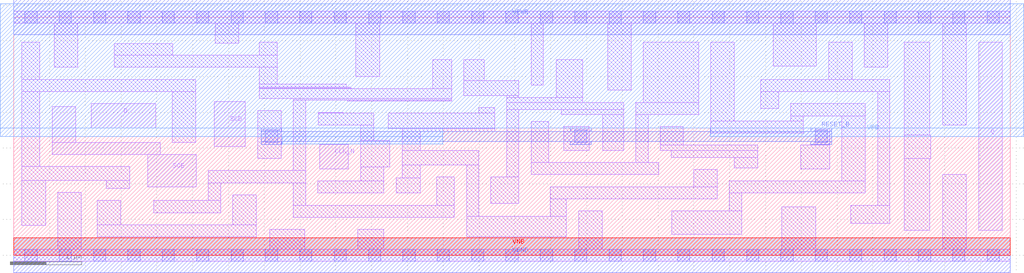
<source format=lef>
# Copyright 2020 The SkyWater PDK Authors
#
# Licensed under the Apache License, Version 2.0 (the "License");
# you may not use this file except in compliance with the License.
# You may obtain a copy of the License at
#
#     https://www.apache.org/licenses/LICENSE-2.0
#
# Unless required by applicable law or agreed to in writing, software
# distributed under the License is distributed on an "AS IS" BASIS,
# WITHOUT WARRANTIES OR CONDITIONS OF ANY KIND, either express or implied.
# See the License for the specific language governing permissions and
# limitations under the License.
#
# SPDX-License-Identifier: Apache-2.0

VERSION 5.7 ;
  NOWIREEXTENSIONATPIN ON ;
  DIVIDERCHAR "/" ;
  BUSBITCHARS "[]" ;
MACRO sky130_fd_sc_ls__sdfrtn_1
  CLASS CORE ;
  FOREIGN sky130_fd_sc_ls__sdfrtn_1 ;
  ORIGIN  0.000000  0.000000 ;
  SIZE  13.92000 BY  3.330000 ;
  SYMMETRY X Y R90 ;
  SITE unit ;
  PIN D
    ANTENNAGATEAREA  0.159000 ;
    DIRECTION INPUT ;
    USE SIGNAL ;
    PORT
      LAYER li1 ;
        RECT 1.085000 1.780000 1.980000 2.120000 ;
    END
  END D
  PIN Q
    ANTENNADIFFAREA  0.546900 ;
    DIRECTION OUTPUT ;
    USE SIGNAL ;
    PORT
      LAYER li1 ;
        RECT 13.475000 0.350000 13.805000 2.980000 ;
    END
  END Q
  PIN RESET_B
    ANTENNAGATEAREA  0.411000 ;
    DIRECTION INPUT ;
    USE SIGNAL ;
    PORT
      LAYER met1 ;
        RECT  3.455000 1.550000  3.745000 1.595000 ;
        RECT  3.455000 1.595000 11.425000 1.735000 ;
        RECT  3.455000 1.735000  3.745000 1.780000 ;
        RECT  7.775000 1.550000  8.065000 1.595000 ;
        RECT  7.775000 1.735000  8.065000 1.780000 ;
        RECT 11.135000 1.550000 11.425000 1.595000 ;
        RECT 11.135000 1.735000 11.425000 1.780000 ;
    END
  END RESET_B
  PIN SCD
    ANTENNAGATEAREA  0.159000 ;
    DIRECTION INPUT ;
    USE SIGNAL ;
    PORT
      LAYER li1 ;
        RECT 2.800000 1.525000 3.235000 2.150000 ;
    END
  END SCD
  PIN SCE
    ANTENNAGATEAREA  0.318000 ;
    DIRECTION INPUT ;
    USE SIGNAL ;
    PORT
      LAYER li1 ;
        RECT 0.535000 1.410000 2.045000 1.580000 ;
        RECT 0.535000 1.580000 0.865000 2.080000 ;
        RECT 1.875000 0.955000 2.550000 1.410000 ;
    END
  END SCE
  PIN VNB
    PORT
      LAYER pwell ;
        RECT 0.000000 0.000000 13.920000 0.245000 ;
    END
  END VNB
  PIN VPB
    PORT
      LAYER nwell ;
        RECT -0.190000 1.660000  5.995000 1.780000 ;
        RECT -0.190000 1.780000 14.110000 3.520000 ;
        RECT  3.750000 1.555000  5.995000 1.660000 ;
        RECT  9.725000 1.660000 14.110000 1.780000 ;
    END
  END VPB
  PIN CLK_N
    ANTENNAGATEAREA  0.261000 ;
    DIRECTION INPUT ;
    USE CLOCK ;
    PORT
      LAYER li1 ;
        RECT 4.275000 1.210000 4.675000 1.550000 ;
    END
  END CLK_N
  PIN VGND
    DIRECTION INOUT ;
    SHAPE ABUTMENT ;
    USE GROUND ;
    PORT
      LAYER met1 ;
        RECT 0.000000 -0.245000 13.920000 0.245000 ;
    END
  END VGND
  PIN VPWR
    DIRECTION INOUT ;
    SHAPE ABUTMENT ;
    USE POWER ;
    PORT
      LAYER met1 ;
        RECT 0.000000 3.085000 13.920000 3.575000 ;
    END
  END VPWR
  OBS
    LAYER li1 ;
      RECT  0.000000 -0.085000 13.920000 0.085000 ;
      RECT  0.000000  3.245000 13.920000 3.415000 ;
      RECT  0.115000  0.420000  0.445000 1.050000 ;
      RECT  0.115000  1.050000  1.620000 1.240000 ;
      RECT  0.115000  1.240000  0.365000 2.290000 ;
      RECT  0.115000  2.290000  2.545000 2.460000 ;
      RECT  0.115000  2.460000  0.365000 2.980000 ;
      RECT  0.565000  2.630000  0.895000 3.245000 ;
      RECT  0.615000  0.085000  0.945000 0.880000 ;
      RECT  1.165000  0.255000  3.390000 0.425000 ;
      RECT  1.165000  0.425000  1.495000 0.765000 ;
      RECT  1.290000  0.935000  1.620000 1.050000 ;
      RECT  1.405000  2.630000  3.680000 2.800000 ;
      RECT  1.405000  2.800000  2.220000 2.960000 ;
      RECT  1.955000  0.595000  2.890000 0.765000 ;
      RECT  2.215000  1.580000  2.545000 2.290000 ;
      RECT  2.720000  0.765000  2.890000 1.015000 ;
      RECT  2.720000  1.015000  4.075000 1.185000 ;
      RECT  2.815000  2.970000  3.145000 3.245000 ;
      RECT  3.060000  0.425000  3.390000 0.845000 ;
      RECT  3.405000  1.355000  3.735000 2.025000 ;
      RECT  3.430000  2.195000  6.115000 2.330000 ;
      RECT  3.430000  2.330000  4.720000 2.340000 ;
      RECT  3.430000  2.340000  4.700000 2.350000 ;
      RECT  3.430000  2.350000  4.645000 2.395000 ;
      RECT  3.430000  2.395000  3.680000 2.630000 ;
      RECT  3.430000  2.800000  3.680000 2.980000 ;
      RECT  3.575000  0.085000  4.065000 0.360000 ;
      RECT  3.905000  0.530000  6.155000 0.700000 ;
      RECT  3.905000  0.700000  4.075000 1.015000 ;
      RECT  3.905000  1.185000  4.075000 2.170000 ;
      RECT  3.905000  2.170000  6.115000 2.195000 ;
      RECT  4.245000  0.870000  5.165000 1.040000 ;
      RECT  4.255000  1.820000  5.030000 1.990000 ;
      RECT  4.255000  1.990000  4.600000 2.000000 ;
      RECT  4.660000  2.160000  6.115000 2.170000 ;
      RECT  4.780000  2.500000  5.110000 3.245000 ;
      RECT  4.805000  0.085000  5.165000 0.360000 ;
      RECT  4.845000  1.040000  5.165000 1.235000 ;
      RECT  4.845000  1.235000  5.255000 1.605000 ;
      RECT  4.845000  1.605000  5.030000 1.820000 ;
      RECT  5.230000  1.775000  6.715000 1.990000 ;
      RECT  5.345000  0.870000  5.675000 1.085000 ;
      RECT  5.425000  1.085000  5.675000 1.265000 ;
      RECT  5.425000  1.265000  6.495000 1.465000 ;
      RECT  5.425000  1.465000  5.675000 1.735000 ;
      RECT  5.425000  1.735000  6.715000 1.775000 ;
      RECT  5.855000  2.330000  6.115000 2.735000 ;
      RECT  5.905000  0.700000  6.155000 1.095000 ;
      RECT  6.285000  2.235000  7.055000 2.445000 ;
      RECT  6.285000  2.445000  6.570000 2.735000 ;
      RECT  6.325000  0.255000  7.720000 0.545000 ;
      RECT  6.325000  0.545000  6.495000 1.265000 ;
      RECT  6.495000  1.990000  6.715000 2.065000 ;
      RECT  6.665000  0.725000  7.055000 1.095000 ;
      RECT  6.885000  1.095000  7.055000 2.040000 ;
      RECT  6.885000  2.040000  8.520000 2.140000 ;
      RECT  6.885000  2.140000  7.950000 2.210000 ;
      RECT  6.885000  2.210000  7.055000 2.235000 ;
      RECT  7.225000  1.130000  9.010000 1.300000 ;
      RECT  7.225000  1.300000  7.475000 1.870000 ;
      RECT  7.225000  2.380000  7.395000 3.245000 ;
      RECT  7.495000  0.545000  7.720000 0.790000 ;
      RECT  7.495000  0.790000  9.825000 0.960000 ;
      RECT  7.575000  2.210000  7.950000 2.735000 ;
      RECT  7.645000  1.970000  8.520000 2.040000 ;
      RECT  7.685000  1.470000  8.035000 1.800000 ;
      RECT  7.890000  0.085000  8.220000 0.620000 ;
      RECT  8.225000  1.470000  8.520000 1.970000 ;
      RECT  8.295000  2.310000  8.625000 3.245000 ;
      RECT  8.690000  1.300000  8.860000 1.970000 ;
      RECT  8.690000  1.970000  9.565000 2.140000 ;
      RECT  8.795000  2.140000  9.565000 2.980000 ;
      RECT  9.030000  1.470000 10.395000 1.540000 ;
      RECT  9.030000  1.540000  9.350000 1.800000 ;
      RECT  9.180000  1.370000 10.395000 1.470000 ;
      RECT  9.190000  0.290000 10.165000 0.620000 ;
      RECT  9.495000  0.960000  9.825000 1.200000 ;
      RECT  9.735000  1.710000 11.025000 1.880000 ;
      RECT  9.735000  1.880000 10.065000 2.980000 ;
      RECT  9.995000  0.620000 10.165000 0.870000 ;
      RECT  9.995000  0.870000 11.895000 1.040000 ;
      RECT 10.065000  1.225000 10.395000 1.370000 ;
      RECT 10.435000  2.050000 10.685000 2.290000 ;
      RECT 10.435000  2.290000 12.235000 2.460000 ;
      RECT 10.605000  2.650000 11.210000 3.245000 ;
      RECT 10.730000  0.085000 11.200000 0.680000 ;
      RECT 10.855000  1.880000 11.025000 1.950000 ;
      RECT 10.855000  1.950000 11.895000 2.120000 ;
      RECT 10.995000  1.210000 11.395000 1.540000 ;
      RECT 11.195000  1.540000 11.395000 1.780000 ;
      RECT 11.380000  2.460000 11.710000 2.980000 ;
      RECT 11.565000  1.040000 11.895000 1.950000 ;
      RECT 11.690000  0.450000 12.235000 0.700000 ;
      RECT 11.880000  2.630000 12.210000 3.245000 ;
      RECT 12.065000  0.700000 12.235000 2.290000 ;
      RECT 12.440000  0.350000 12.795000 1.355000 ;
      RECT 12.440000  1.355000 12.810000 1.685000 ;
      RECT 12.440000  1.685000 12.795000 2.980000 ;
      RECT 12.975000  0.085000 13.305000 1.130000 ;
      RECT 12.975000  1.820000 13.305000 3.245000 ;
    LAYER mcon ;
      RECT  0.155000 -0.085000  0.325000 0.085000 ;
      RECT  0.155000  3.245000  0.325000 3.415000 ;
      RECT  0.635000 -0.085000  0.805000 0.085000 ;
      RECT  0.635000  3.245000  0.805000 3.415000 ;
      RECT  1.115000 -0.085000  1.285000 0.085000 ;
      RECT  1.115000  3.245000  1.285000 3.415000 ;
      RECT  1.595000 -0.085000  1.765000 0.085000 ;
      RECT  1.595000  3.245000  1.765000 3.415000 ;
      RECT  2.075000 -0.085000  2.245000 0.085000 ;
      RECT  2.075000  3.245000  2.245000 3.415000 ;
      RECT  2.555000 -0.085000  2.725000 0.085000 ;
      RECT  2.555000  3.245000  2.725000 3.415000 ;
      RECT  3.035000 -0.085000  3.205000 0.085000 ;
      RECT  3.035000  3.245000  3.205000 3.415000 ;
      RECT  3.515000 -0.085000  3.685000 0.085000 ;
      RECT  3.515000  1.580000  3.685000 1.750000 ;
      RECT  3.515000  3.245000  3.685000 3.415000 ;
      RECT  3.995000 -0.085000  4.165000 0.085000 ;
      RECT  3.995000  3.245000  4.165000 3.415000 ;
      RECT  4.475000 -0.085000  4.645000 0.085000 ;
      RECT  4.475000  3.245000  4.645000 3.415000 ;
      RECT  4.955000 -0.085000  5.125000 0.085000 ;
      RECT  4.955000  3.245000  5.125000 3.415000 ;
      RECT  5.435000 -0.085000  5.605000 0.085000 ;
      RECT  5.435000  3.245000  5.605000 3.415000 ;
      RECT  5.915000 -0.085000  6.085000 0.085000 ;
      RECT  5.915000  3.245000  6.085000 3.415000 ;
      RECT  6.395000 -0.085000  6.565000 0.085000 ;
      RECT  6.395000  3.245000  6.565000 3.415000 ;
      RECT  6.875000 -0.085000  7.045000 0.085000 ;
      RECT  6.875000  3.245000  7.045000 3.415000 ;
      RECT  7.355000 -0.085000  7.525000 0.085000 ;
      RECT  7.355000  3.245000  7.525000 3.415000 ;
      RECT  7.835000 -0.085000  8.005000 0.085000 ;
      RECT  7.835000  1.580000  8.005000 1.750000 ;
      RECT  7.835000  3.245000  8.005000 3.415000 ;
      RECT  8.315000 -0.085000  8.485000 0.085000 ;
      RECT  8.315000  3.245000  8.485000 3.415000 ;
      RECT  8.795000 -0.085000  8.965000 0.085000 ;
      RECT  8.795000  3.245000  8.965000 3.415000 ;
      RECT  9.275000 -0.085000  9.445000 0.085000 ;
      RECT  9.275000  3.245000  9.445000 3.415000 ;
      RECT  9.755000 -0.085000  9.925000 0.085000 ;
      RECT  9.755000  3.245000  9.925000 3.415000 ;
      RECT 10.235000 -0.085000 10.405000 0.085000 ;
      RECT 10.235000  3.245000 10.405000 3.415000 ;
      RECT 10.715000 -0.085000 10.885000 0.085000 ;
      RECT 10.715000  3.245000 10.885000 3.415000 ;
      RECT 11.195000 -0.085000 11.365000 0.085000 ;
      RECT 11.195000  1.580000 11.365000 1.750000 ;
      RECT 11.195000  3.245000 11.365000 3.415000 ;
      RECT 11.675000 -0.085000 11.845000 0.085000 ;
      RECT 11.675000  3.245000 11.845000 3.415000 ;
      RECT 12.155000 -0.085000 12.325000 0.085000 ;
      RECT 12.155000  3.245000 12.325000 3.415000 ;
      RECT 12.635000 -0.085000 12.805000 0.085000 ;
      RECT 12.635000  3.245000 12.805000 3.415000 ;
      RECT 13.115000 -0.085000 13.285000 0.085000 ;
      RECT 13.115000  3.245000 13.285000 3.415000 ;
      RECT 13.595000 -0.085000 13.765000 0.085000 ;
      RECT 13.595000  3.245000 13.765000 3.415000 ;
  END
END sky130_fd_sc_ls__sdfrtn_1
END LIBRARY

</source>
